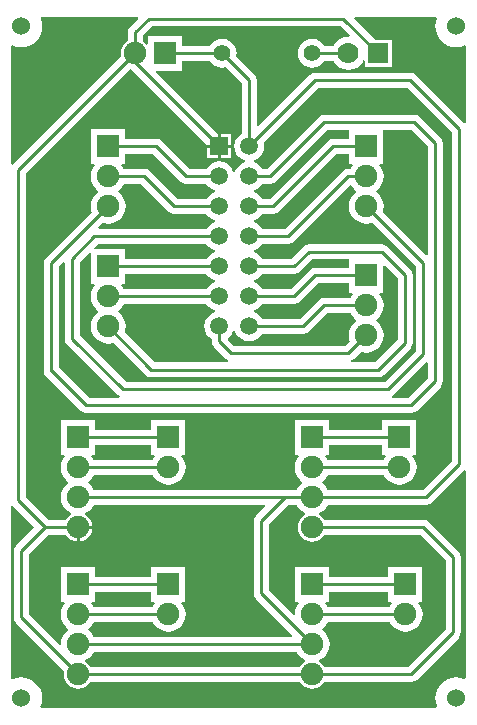
<source format=gbl>
G04 Layer_Physical_Order=2*
G04 Layer_Color=16711680*
%FSLAX24Y24*%
%MOIN*%
G70*
G01*
G75*
%ADD10C,0.0600*%
%ADD11C,0.0551*%
%ADD12R,0.0700X0.0700*%
%ADD13C,0.0700*%
%ADD14R,0.0750X0.0750*%
%ADD15C,0.0750*%
%ADD16R,0.0750X0.0750*%
%ADD17R,0.0591X0.0591*%
%ADD18C,0.0591*%
%ADD19C,0.0100*%
G36*
X53545Y31489D02*
Y30976D01*
X52894Y30325D01*
X52358D01*
X52343Y30375D01*
X52410Y30420D01*
X53499Y31508D01*
X53545Y31489D01*
D02*
G37*
G36*
X41445Y34819D02*
Y32290D01*
X41465Y32192D01*
X41520Y32110D01*
X43210Y30420D01*
X43277Y30375D01*
X43262Y30325D01*
X42266D01*
X41255Y31336D01*
Y34694D01*
X41399Y34838D01*
X41445Y34819D01*
D02*
G37*
G36*
X52025Y28425D02*
X52138D01*
X52163Y28375D01*
X52098Y28290D01*
X52083Y28255D01*
X50217D01*
X50202Y28290D01*
X50137Y28375D01*
X50162Y28425D01*
X50275D01*
Y28745D01*
X52025D01*
Y28425D01*
D02*
G37*
G36*
X51017Y37385D02*
X51090Y37290D01*
X51174Y37225D01*
Y37175D01*
X51090Y37110D01*
X50998Y36990D01*
X50940Y36850D01*
X50920Y36700D01*
X50940Y36550D01*
X50998Y36410D01*
X51090Y36290D01*
X51210Y36198D01*
X51350Y36140D01*
X51500Y36120D01*
X51650Y36140D01*
X51685Y36154D01*
X53145Y34694D01*
Y31876D01*
X52124Y30855D01*
X43496D01*
X41955Y32396D01*
Y34854D01*
X42279Y35178D01*
X42325Y35159D01*
Y34125D01*
X42438D01*
X42463Y34075D01*
X42398Y33990D01*
X42340Y33850D01*
X42320Y33700D01*
X42340Y33550D01*
X42398Y33410D01*
X42490Y33290D01*
X42574Y33225D01*
Y33175D01*
X42490Y33110D01*
X42398Y32990D01*
X42340Y32850D01*
X42320Y32700D01*
X42340Y32550D01*
X42398Y32410D01*
X42490Y32290D01*
X42610Y32198D01*
X42750Y32140D01*
X42900Y32120D01*
X43050Y32140D01*
X43085Y32154D01*
X44160Y31080D01*
X44242Y31024D01*
X44340Y31005D01*
X51900D01*
X51998Y31024D01*
X52080Y31080D01*
X52980Y31980D01*
X53035Y32062D01*
X53055Y32160D01*
Y34400D01*
X53035Y34498D01*
X52980Y34580D01*
X52190Y35370D01*
X52108Y35426D01*
X52010Y35445D01*
X49590D01*
X49492Y35426D01*
X49410Y35370D01*
X48994Y34955D01*
X48029D01*
X47953Y35053D01*
X47850Y35133D01*
X47752Y35173D01*
Y35227D01*
X47850Y35267D01*
X47953Y35347D01*
X48029Y35445D01*
X48900D01*
X48998Y35464D01*
X49080Y35520D01*
X50954Y37394D01*
X51017Y37385D01*
D02*
G37*
G36*
X50998Y33110D02*
X51090Y32990D01*
X51174Y32925D01*
Y32875D01*
X51090Y32810D01*
X50998Y32690D01*
X50940Y32550D01*
X50920Y32400D01*
X50940Y32250D01*
X50954Y32215D01*
X50794Y32055D01*
X47106D01*
X46901Y32259D01*
X46904Y32309D01*
X46953Y32347D01*
X47033Y32450D01*
X47073Y32548D01*
X47127D01*
X47167Y32450D01*
X47247Y32347D01*
X47350Y32267D01*
X47471Y32217D01*
X47600Y32200D01*
X47729Y32217D01*
X47850Y32267D01*
X47953Y32347D01*
X48029Y32445D01*
X49400D01*
X49498Y32464D01*
X49580Y32520D01*
X50206Y33145D01*
X50983D01*
X50998Y33110D01*
D02*
G37*
G36*
X52545Y34294D02*
Y32266D01*
X51794Y31515D01*
X51004D01*
X50998Y31565D01*
X51080Y31620D01*
X51315Y31854D01*
X51350Y31840D01*
X51500Y31820D01*
X51650Y31840D01*
X51790Y31898D01*
X51910Y31990D01*
X52002Y32110D01*
X52060Y32250D01*
X52080Y32400D01*
X52060Y32550D01*
X52002Y32690D01*
X51910Y32810D01*
X51826Y32875D01*
Y32925D01*
X51910Y32990D01*
X52002Y33110D01*
X52060Y33250D01*
X52080Y33400D01*
X52060Y33550D01*
X52002Y33690D01*
X51937Y33775D01*
X51962Y33825D01*
X52075D01*
Y34699D01*
X52121Y34718D01*
X52545Y34294D01*
D02*
G37*
G36*
X46247Y33347D02*
X46350Y33267D01*
X46448Y33227D01*
Y33173D01*
X46350Y33133D01*
X46247Y33053D01*
X46167Y32950D01*
X46117Y32829D01*
X46100Y32700D01*
X46117Y32571D01*
X46167Y32450D01*
X46247Y32347D01*
X46345Y32271D01*
Y32200D01*
X46364Y32102D01*
X46420Y32020D01*
X46820Y31620D01*
X46902Y31565D01*
X46896Y31515D01*
X44446D01*
X43446Y32515D01*
X43460Y32550D01*
X43480Y32700D01*
X43460Y32850D01*
X43402Y32990D01*
X43310Y33110D01*
X43226Y33175D01*
Y33225D01*
X43310Y33290D01*
X43402Y33410D01*
X43417Y33445D01*
X46171D01*
X46247Y33347D01*
D02*
G37*
G36*
X49198Y26710D02*
X49290Y26590D01*
X49410Y26498D01*
X49475Y26471D01*
Y26421D01*
X49460Y26415D01*
X49361Y26339D01*
X49285Y26240D01*
X49237Y26124D01*
X49221Y26000D01*
X49237Y25876D01*
X49285Y25760D01*
X49361Y25661D01*
X49460Y25585D01*
X49576Y25537D01*
X49700Y25521D01*
X49824Y25537D01*
X49940Y25585D01*
X50039Y25661D01*
X50103Y25745D01*
X53294D01*
X54145Y24894D01*
Y22606D01*
X52894Y21355D01*
X50103D01*
X50039Y21439D01*
X49940Y21515D01*
X49925Y21521D01*
Y21571D01*
X49990Y21598D01*
X50110Y21690D01*
X50202Y21810D01*
X50260Y21950D01*
X50280Y22100D01*
X50260Y22250D01*
X50202Y22390D01*
X50110Y22510D01*
X50026Y22575D01*
Y22625D01*
X50110Y22690D01*
X50202Y22810D01*
X50217Y22845D01*
X52283D01*
X52298Y22810D01*
X52390Y22690D01*
X52510Y22598D01*
X52650Y22540D01*
X52800Y22520D01*
X52950Y22540D01*
X53090Y22598D01*
X53210Y22690D01*
X53302Y22810D01*
X53360Y22950D01*
X53380Y23100D01*
X53360Y23250D01*
X53302Y23390D01*
X53237Y23475D01*
X53262Y23525D01*
X53375D01*
Y24675D01*
X52225D01*
Y24355D01*
X50275D01*
Y24675D01*
X49125D01*
Y23525D01*
X49238D01*
X49263Y23475D01*
X49198Y23390D01*
X49140Y23250D01*
X49121Y23110D01*
X49077Y23084D01*
X48255Y23906D01*
Y26094D01*
X48906Y26745D01*
X49183D01*
X49198Y26710D01*
D02*
G37*
G36*
Y21810D02*
X49290Y21690D01*
X49410Y21598D01*
X49475Y21571D01*
Y21521D01*
X49460Y21515D01*
X49361Y21439D01*
X49297Y21355D01*
X42303D01*
X42239Y21439D01*
X42140Y21515D01*
X42125Y21521D01*
Y21571D01*
X42190Y21598D01*
X42310Y21690D01*
X42402Y21810D01*
X42417Y21845D01*
X49183D01*
X49198Y21810D01*
D02*
G37*
G36*
X54817Y27888D02*
Y20964D01*
X54774Y20938D01*
X54766Y20943D01*
X54636Y20982D01*
X54500Y20995D01*
X54364Y20982D01*
X54234Y20943D01*
X54114Y20878D01*
X54008Y20792D01*
X53922Y20686D01*
X53857Y20566D01*
X53818Y20436D01*
X53805Y20300D01*
X53818Y20164D01*
X53857Y20036D01*
X53859Y20028D01*
X53834Y19986D01*
X40666D01*
X40641Y20028D01*
X40643Y20036D01*
X40682Y20164D01*
X40695Y20300D01*
X40682Y20436D01*
X40643Y20566D01*
X40578Y20686D01*
X40492Y20792D01*
X40386Y20878D01*
X40266Y20943D01*
X40136Y20982D01*
X40000Y20995D01*
X39864Y20982D01*
X39734Y20943D01*
X39714Y20932D01*
X39671Y20958D01*
Y26706D01*
X39709Y26718D01*
X39721Y26718D01*
X40440Y26000D01*
X39820Y25380D01*
X39764Y25298D01*
X39745Y25200D01*
Y23000D01*
X39764Y22902D01*
X39820Y22820D01*
X41435Y21205D01*
X41421Y21100D01*
X41437Y20976D01*
X41485Y20860D01*
X41561Y20761D01*
X41660Y20685D01*
X41776Y20637D01*
X41900Y20621D01*
X42024Y20637D01*
X42140Y20685D01*
X42239Y20761D01*
X42303Y20845D01*
X49297D01*
X49361Y20761D01*
X49460Y20685D01*
X49576Y20637D01*
X49700Y20621D01*
X49824Y20637D01*
X49940Y20685D01*
X50039Y20761D01*
X50103Y20845D01*
X53000D01*
X53098Y20865D01*
X53180Y20920D01*
X54580Y22320D01*
X54636Y22402D01*
X54655Y22500D01*
Y25000D01*
X54636Y25098D01*
X54580Y25180D01*
X53580Y26180D01*
X53498Y26235D01*
X53400Y26255D01*
X50103D01*
X50039Y26339D01*
X49940Y26415D01*
X49925Y26421D01*
Y26471D01*
X49990Y26498D01*
X50110Y26590D01*
X50202Y26710D01*
X50217Y26745D01*
X53500D01*
X53598Y26765D01*
X53680Y26820D01*
X54767Y27907D01*
X54817Y27888D01*
D02*
G37*
G36*
X44325Y23525D02*
X44438D01*
X44463Y23475D01*
X44398Y23390D01*
X44383Y23355D01*
X42417D01*
X42402Y23390D01*
X42337Y23475D01*
X42362Y23525D01*
X42475D01*
Y23845D01*
X44325D01*
Y23525D01*
D02*
G37*
G36*
Y28425D02*
X44438D01*
X44463Y28375D01*
X44398Y28290D01*
X44383Y28255D01*
X42417D01*
X42402Y28290D01*
X42337Y28375D01*
X42362Y28425D01*
X42475D01*
Y28745D01*
X44325D01*
Y28425D01*
D02*
G37*
G36*
X48138Y26699D02*
X47820Y26380D01*
X47765Y26298D01*
X47745Y26200D01*
Y23800D01*
X47765Y23702D01*
X47820Y23620D01*
X49038Y22401D01*
X49019Y22355D01*
X42417D01*
X42402Y22390D01*
X42310Y22510D01*
X42226Y22575D01*
Y22625D01*
X42310Y22690D01*
X42402Y22810D01*
X42417Y22845D01*
X44383D01*
X44398Y22810D01*
X44490Y22690D01*
X44610Y22598D01*
X44750Y22540D01*
X44900Y22520D01*
X45050Y22540D01*
X45190Y22598D01*
X45310Y22690D01*
X45402Y22810D01*
X45460Y22950D01*
X45480Y23100D01*
X45460Y23250D01*
X45402Y23390D01*
X45337Y23475D01*
X45362Y23525D01*
X45475D01*
Y24675D01*
X44325D01*
Y24355D01*
X42475D01*
Y24675D01*
X41325D01*
Y23525D01*
X41438D01*
X41463Y23475D01*
X41398Y23390D01*
X41340Y23250D01*
X41320Y23100D01*
X41340Y22950D01*
X41398Y22810D01*
X41490Y22690D01*
X41574Y22625D01*
Y22575D01*
X41490Y22510D01*
X41398Y22390D01*
X41340Y22250D01*
X41321Y22110D01*
X41277Y22084D01*
X40255Y23106D01*
Y25094D01*
X40906Y25745D01*
X41497D01*
X41561Y25661D01*
X41660Y25585D01*
X41776Y25537D01*
X41850Y25527D01*
Y26000D01*
X41900D01*
Y26050D01*
X42373D01*
X42363Y26124D01*
X42315Y26240D01*
X42239Y26339D01*
X42140Y26415D01*
X42125Y26421D01*
Y26471D01*
X42190Y26498D01*
X42310Y26590D01*
X42402Y26710D01*
X42417Y26745D01*
X48119D01*
X48138Y26699D01*
D02*
G37*
G36*
X52225Y23525D02*
X52338D01*
X52363Y23475D01*
X52298Y23390D01*
X52283Y23355D01*
X50217D01*
X50202Y23390D01*
X50137Y23475D01*
X50162Y23525D01*
X50275D01*
Y23845D01*
X52225D01*
Y23525D01*
D02*
G37*
G36*
X50925Y33825D02*
X51038D01*
X51063Y33775D01*
X50998Y33690D01*
X50983Y33655D01*
X50100D01*
X50002Y33635D01*
X49920Y33580D01*
X49294Y32955D01*
X48029D01*
X47953Y33053D01*
X47850Y33133D01*
X47752Y33173D01*
Y33227D01*
X47850Y33267D01*
X47953Y33347D01*
X48029Y33445D01*
X49100D01*
X49198Y33465D01*
X49280Y33520D01*
X49906Y34145D01*
X50925D01*
Y33825D01*
D02*
G37*
G36*
Y38955D02*
X50400D01*
X50302Y38935D01*
X50220Y38880D01*
X48294Y36955D01*
X48029D01*
X47953Y37053D01*
X47850Y37133D01*
X47752Y37173D01*
Y37227D01*
X47850Y37267D01*
X47953Y37347D01*
X48029Y37445D01*
X48300D01*
X48398Y37464D01*
X48480Y37520D01*
X50206Y39245D01*
X50925D01*
Y38955D01*
D02*
G37*
G36*
X45320Y37520D02*
X45402Y37464D01*
X45500Y37445D01*
X46171D01*
X46247Y37347D01*
X46350Y37267D01*
X46448Y37227D01*
Y37173D01*
X46350Y37133D01*
X46247Y37053D01*
X46171Y36955D01*
X45206D01*
X44280Y37880D01*
X44198Y37936D01*
X44100Y37955D01*
X43417D01*
X43402Y37990D01*
X43337Y38075D01*
X43362Y38125D01*
X43475D01*
Y38445D01*
X44394D01*
X45320Y37520D01*
D02*
G37*
G36*
X46361Y41461D02*
X46460Y41385D01*
X46576Y41337D01*
X46700Y41320D01*
X46805Y41334D01*
X47345Y40794D01*
Y39129D01*
X47247Y39053D01*
X47167Y38950D01*
X47117Y38829D01*
X47100Y38700D01*
X47117Y38571D01*
X47167Y38450D01*
X47247Y38347D01*
X47350Y38267D01*
X47448Y38227D01*
Y38173D01*
X47350Y38133D01*
X47247Y38053D01*
X47167Y37950D01*
X47127Y37852D01*
X47073D01*
X47033Y37950D01*
X46953Y38053D01*
X46850Y38133D01*
X46729Y38183D01*
X46600Y38200D01*
X46471Y38183D01*
X46350Y38133D01*
X46247Y38053D01*
X46171Y37955D01*
X45606D01*
X44680Y38880D01*
X44598Y38935D01*
X44500Y38955D01*
X43475D01*
Y39275D01*
X42325D01*
Y38125D01*
X42438D01*
X42463Y38075D01*
X42398Y37990D01*
X42340Y37850D01*
X42320Y37700D01*
X42340Y37550D01*
X42398Y37410D01*
X42490Y37290D01*
X42574Y37225D01*
Y37175D01*
X42490Y37110D01*
X42398Y36990D01*
X42340Y36850D01*
X42320Y36700D01*
X42340Y36550D01*
X42354Y36515D01*
X40820Y34980D01*
X40764Y34898D01*
X40745Y34800D01*
Y31200D01*
X40764Y31102D01*
X40820Y31020D01*
X40902Y30965D01*
X40906Y30964D01*
X41980Y29890D01*
X42062Y29834D01*
X42160Y29815D01*
X53000D01*
X53098Y29834D01*
X53180Y29890D01*
X53980Y30690D01*
X54036Y30772D01*
X54055Y30870D01*
Y38800D01*
X54036Y38898D01*
X53980Y38980D01*
X53280Y39680D01*
X53198Y39736D01*
X53100Y39755D01*
X50100D01*
X50002Y39736D01*
X49920Y39680D01*
X48194Y37955D01*
X48029D01*
X47953Y38053D01*
X47850Y38133D01*
X47752Y38173D01*
Y38227D01*
X47850Y38267D01*
X47953Y38347D01*
X48033Y38450D01*
X48083Y38571D01*
X48100Y38700D01*
X48083Y38823D01*
X49906Y40645D01*
X52864D01*
X54345Y39164D01*
Y28206D01*
X53394Y27255D01*
X50217D01*
X50202Y27290D01*
X50110Y27410D01*
X50026Y27475D01*
Y27525D01*
X50110Y27590D01*
X50202Y27710D01*
X50217Y27745D01*
X52083D01*
X52098Y27710D01*
X52190Y27590D01*
X52310Y27498D01*
X52450Y27440D01*
X52600Y27420D01*
X52750Y27440D01*
X52890Y27498D01*
X53010Y27590D01*
X53102Y27710D01*
X53160Y27850D01*
X53180Y28000D01*
X53160Y28150D01*
X53102Y28290D01*
X53037Y28375D01*
X53062Y28425D01*
X53175D01*
Y29575D01*
X52025D01*
Y29255D01*
X50275D01*
Y29575D01*
X49125D01*
Y28425D01*
X49238D01*
X49263Y28375D01*
X49198Y28290D01*
X49140Y28150D01*
X49120Y28000D01*
X49140Y27850D01*
X49198Y27710D01*
X49290Y27590D01*
X49374Y27525D01*
Y27475D01*
X49290Y27410D01*
X49198Y27290D01*
X49183Y27255D01*
X42417D01*
X42402Y27290D01*
X42310Y27410D01*
X42226Y27475D01*
Y27525D01*
X42310Y27590D01*
X42402Y27710D01*
X42417Y27745D01*
X44383D01*
X44398Y27710D01*
X44490Y27590D01*
X44610Y27498D01*
X44750Y27440D01*
X44900Y27420D01*
X45050Y27440D01*
X45190Y27498D01*
X45310Y27590D01*
X45402Y27710D01*
X45460Y27850D01*
X45480Y28000D01*
X45460Y28150D01*
X45402Y28290D01*
X45337Y28375D01*
X45362Y28425D01*
X45475D01*
Y29575D01*
X44325D01*
Y29255D01*
X42475D01*
Y29575D01*
X41325D01*
Y28425D01*
X41438D01*
X41463Y28375D01*
X41398Y28290D01*
X41340Y28150D01*
X41320Y28000D01*
X41340Y27850D01*
X41398Y27710D01*
X41490Y27590D01*
X41574Y27525D01*
Y27475D01*
X41490Y27410D01*
X41398Y27290D01*
X41340Y27150D01*
X41320Y27000D01*
X41340Y26850D01*
X41398Y26710D01*
X41490Y26590D01*
X41610Y26498D01*
X41675Y26471D01*
Y26421D01*
X41660Y26415D01*
X41561Y26339D01*
X41497Y26255D01*
X40906D01*
X40155Y27006D01*
Y37794D01*
X43650Y41290D01*
X46190Y38750D01*
X46550D01*
Y39110D01*
X44482Y41179D01*
X44501Y41225D01*
X45375D01*
Y41545D01*
X46296D01*
X46361Y41461D01*
D02*
G37*
G36*
X53854Y42956D02*
X53818Y42836D01*
X53805Y42700D01*
X53818Y42564D01*
X53857Y42434D01*
X53922Y42314D01*
X54008Y42208D01*
X54114Y42122D01*
X54234Y42057D01*
X54364Y42018D01*
X54500Y42005D01*
X54636Y42018D01*
X54766Y42057D01*
X54774Y42062D01*
X54817Y42036D01*
Y39482D01*
X54767Y39463D01*
X53150Y41080D01*
X53067Y41136D01*
X52970Y41155D01*
X49800D01*
X49702Y41136D01*
X49620Y41080D01*
X47901Y39362D01*
X47855Y39381D01*
Y40900D01*
X47835Y40998D01*
X47780Y41080D01*
X47166Y41695D01*
X47180Y41800D01*
X47163Y41924D01*
X47115Y42040D01*
X47039Y42139D01*
X46940Y42215D01*
X46824Y42263D01*
X46700Y42280D01*
X46576Y42263D01*
X46460Y42215D01*
X46361Y42139D01*
X46296Y42055D01*
X45375D01*
Y42375D01*
X44225D01*
Y42109D01*
X44175Y42092D01*
X44139Y42139D01*
X44055Y42203D01*
Y42394D01*
X44364Y42704D01*
X50636D01*
X50943Y42397D01*
X50921Y42352D01*
X50900Y42355D01*
X50756Y42336D01*
X50623Y42280D01*
X50508Y42192D01*
X50420Y42077D01*
X50410Y42055D01*
X50104D01*
X50039Y42139D01*
X49940Y42215D01*
X49824Y42263D01*
X49700Y42280D01*
X49576Y42263D01*
X49460Y42215D01*
X49361Y42139D01*
X49285Y42040D01*
X49237Y41924D01*
X49220Y41800D01*
X49237Y41676D01*
X49285Y41560D01*
X49361Y41461D01*
X49460Y41385D01*
X49576Y41337D01*
X49700Y41320D01*
X49824Y41337D01*
X49940Y41385D01*
X50039Y41461D01*
X50104Y41545D01*
X50410D01*
X50420Y41523D01*
X50508Y41408D01*
X50623Y41320D01*
X50756Y41264D01*
X50900Y41245D01*
X51044Y41264D01*
X51177Y41320D01*
X51292Y41408D01*
X51380Y41523D01*
X51400Y41570D01*
X51450Y41560D01*
Y41350D01*
X52350D01*
Y42250D01*
X51810D01*
X51101Y42960D01*
X51120Y43006D01*
X53830D01*
X53854Y42956D01*
D02*
G37*
G36*
X43899Y42960D02*
X43620Y42680D01*
X43565Y42598D01*
X43545Y42500D01*
Y42203D01*
X43461Y42139D01*
X43385Y42040D01*
X43337Y41924D01*
X43321Y41800D01*
X43335Y41695D01*
X39721Y38082D01*
X39709Y38082D01*
X39671Y38094D01*
Y39370D01*
Y42042D01*
X39714Y42068D01*
X39734Y42057D01*
X39864Y42018D01*
X40000Y42005D01*
X40136Y42018D01*
X40266Y42057D01*
X40386Y42122D01*
X40492Y42208D01*
X40578Y42314D01*
X40643Y42434D01*
X40682Y42564D01*
X40695Y42700D01*
X40682Y42836D01*
X40646Y42956D01*
X40670Y43006D01*
X43880D01*
X43899Y42960D01*
D02*
G37*
G36*
X44920Y36520D02*
X45002Y36465D01*
X45100Y36445D01*
X46171D01*
X46247Y36347D01*
X46350Y36267D01*
X46448Y36227D01*
Y36173D01*
X46350Y36133D01*
X46247Y36053D01*
X46171Y35955D01*
X42581D01*
X42562Y36001D01*
X42715Y36154D01*
X42750Y36140D01*
X42900Y36120D01*
X43050Y36140D01*
X43190Y36198D01*
X43310Y36290D01*
X43402Y36410D01*
X43460Y36550D01*
X43480Y36700D01*
X43460Y36850D01*
X43402Y36990D01*
X43310Y37110D01*
X43226Y37175D01*
Y37225D01*
X43310Y37290D01*
X43402Y37410D01*
X43417Y37445D01*
X43994D01*
X44920Y36520D01*
D02*
G37*
G36*
X50925Y34655D02*
X49800D01*
X49702Y34636D01*
X49620Y34580D01*
X48994Y33955D01*
X48029D01*
X47953Y34053D01*
X47850Y34133D01*
X47752Y34173D01*
Y34227D01*
X47850Y34267D01*
X47953Y34347D01*
X48029Y34445D01*
X49100D01*
X49198Y34464D01*
X49280Y34520D01*
X49696Y34935D01*
X50925D01*
Y34655D01*
D02*
G37*
G36*
X46247Y35347D02*
X46350Y35267D01*
X46448Y35227D01*
Y35173D01*
X46350Y35133D01*
X46247Y35053D01*
X46171Y34955D01*
X43475D01*
Y35275D01*
X42441D01*
X42422Y35321D01*
X42546Y35445D01*
X46171D01*
X46247Y35347D01*
D02*
G37*
G36*
Y34347D02*
X46350Y34267D01*
X46448Y34227D01*
Y34173D01*
X46350Y34133D01*
X46247Y34053D01*
X46171Y33955D01*
X43417D01*
X43402Y33990D01*
X43337Y34075D01*
X43362Y34125D01*
X43475D01*
Y34445D01*
X46171D01*
X46247Y34347D01*
D02*
G37*
G36*
X50925Y38125D02*
X51038D01*
X51063Y38075D01*
X50998Y37990D01*
X50983Y37955D01*
X50900D01*
X50802Y37936D01*
X50720Y37880D01*
X48794Y35955D01*
X48029D01*
X47953Y36053D01*
X47850Y36133D01*
X47752Y36173D01*
Y36227D01*
X47850Y36267D01*
X47953Y36347D01*
X48029Y36445D01*
X48400D01*
X48498Y36465D01*
X48580Y36520D01*
X50506Y38445D01*
X50925D01*
Y38125D01*
D02*
G37*
G36*
X53545Y38694D02*
Y35081D01*
X53499Y35062D01*
X52046Y36515D01*
X52060Y36550D01*
X52080Y36700D01*
X52060Y36850D01*
X52002Y36990D01*
X51910Y37110D01*
X51826Y37175D01*
Y37225D01*
X51910Y37290D01*
X52002Y37410D01*
X52060Y37550D01*
X52080Y37700D01*
X52060Y37850D01*
X52002Y37990D01*
X51937Y38075D01*
X51962Y38125D01*
X52075D01*
Y39245D01*
X52994D01*
X53545Y38694D01*
D02*
G37*
%LPC*%
G36*
X46995Y39095D02*
X46650D01*
Y38750D01*
X46995D01*
Y39095D01*
D02*
G37*
G36*
X42373Y25950D02*
X41950D01*
Y25527D01*
X42024Y25537D01*
X42140Y25585D01*
X42239Y25661D01*
X42315Y25760D01*
X42363Y25876D01*
X42373Y25950D01*
D02*
G37*
G36*
X46550Y38650D02*
X46205D01*
Y38305D01*
X46550D01*
Y38650D01*
D02*
G37*
G36*
X46995D02*
X46650D01*
Y38305D01*
X46995D01*
Y38650D01*
D02*
G37*
%LPD*%
D10*
X40000Y20300D02*
D03*
X54500D02*
D03*
X40000Y42700D02*
D03*
X54500D02*
D03*
D11*
X46700Y41800D02*
D03*
X49700D02*
D03*
D12*
X51900D02*
D03*
D13*
X50900D02*
D03*
D14*
X44800D02*
D03*
D15*
X43800D02*
D03*
X51500Y36700D02*
D03*
Y37700D02*
D03*
Y32400D02*
D03*
Y33400D02*
D03*
X42900Y36700D02*
D03*
Y37700D02*
D03*
Y32700D02*
D03*
Y33700D02*
D03*
X52600Y28000D02*
D03*
X44900D02*
D03*
X49700D02*
D03*
Y27000D02*
D03*
Y26000D02*
D03*
X41900Y28000D02*
D03*
Y27000D02*
D03*
Y26000D02*
D03*
X52800Y23100D02*
D03*
X44900D02*
D03*
X49700D02*
D03*
Y22100D02*
D03*
Y21100D02*
D03*
X41900Y23100D02*
D03*
Y22100D02*
D03*
Y21100D02*
D03*
D16*
X51500Y38700D02*
D03*
Y34400D02*
D03*
X42900Y38700D02*
D03*
Y34700D02*
D03*
X52600Y29000D02*
D03*
X44900D02*
D03*
X49700D02*
D03*
X41900D02*
D03*
X52800Y24100D02*
D03*
X44900D02*
D03*
X49700D02*
D03*
X41900D02*
D03*
D17*
X46600Y38700D02*
D03*
D18*
Y37700D02*
D03*
Y36700D02*
D03*
Y35700D02*
D03*
Y34700D02*
D03*
Y33700D02*
D03*
Y32700D02*
D03*
X47600Y38700D02*
D03*
Y37700D02*
D03*
Y36700D02*
D03*
Y35700D02*
D03*
Y34700D02*
D03*
Y33700D02*
D03*
Y32700D02*
D03*
D19*
X48700Y34700D02*
X49100D01*
X49590Y35190D01*
X47600Y37700D02*
X48300D01*
X50100Y39500D01*
X47600Y36700D02*
X48400D01*
X50400Y38700D01*
X47600Y35700D02*
X48900D01*
X50900Y37700D01*
X47600Y34700D02*
X48700D01*
X47600Y33700D02*
X49100D01*
X49800Y34400D01*
X47600Y32700D02*
X49400D01*
X50100Y33400D01*
X46600Y32200D02*
Y32700D01*
Y32200D02*
X47000Y31800D01*
X45500Y37700D02*
X46600D01*
X44500Y38700D02*
X45500Y37700D01*
X45100Y36700D02*
X46600D01*
X44100Y37700D02*
X45100Y36700D01*
X41000Y31200D02*
Y34800D01*
X48000Y26200D02*
X48800Y27000D01*
X49700D01*
Y26000D02*
X53400D01*
X54400Y25000D01*
Y22500D02*
Y25000D01*
X53000Y21100D02*
X54400Y22500D01*
X49700Y21100D02*
X53000D01*
X41900D02*
X49700D01*
X40000Y23000D02*
X41900Y21100D01*
X40000Y23000D02*
Y25200D01*
X39900Y26900D02*
X40800Y26000D01*
X39900Y26900D02*
Y37900D01*
X50741Y42959D02*
X51900Y41800D01*
X44259Y42959D02*
X50741D01*
X42900Y37700D02*
X44100D01*
X42900Y38700D02*
X44500D01*
X50100Y39500D02*
X53100D01*
X53800Y38800D01*
Y30870D02*
Y38800D01*
X53000Y30070D02*
X53800Y30870D01*
X42160Y30070D02*
X53000D01*
X41015Y31215D02*
X42160Y30070D01*
X41000Y34800D02*
X42900Y36700D01*
X49700Y27000D02*
X53500D01*
X54600Y28100D01*
Y39270D01*
X52970Y40900D02*
X54600Y39270D01*
X49800Y40900D02*
X52970D01*
X47600Y38700D02*
X49800Y40900D01*
X47600Y38700D02*
Y40900D01*
X46700Y41800D02*
X47600Y40900D01*
X41900Y24100D02*
X44900D01*
X41900Y23100D02*
X44900D01*
X49700Y29000D02*
X52600D01*
X49700Y28000D02*
X52600D01*
X49700Y24100D02*
X52800D01*
X49700Y23100D02*
X52800D01*
X50100Y33400D02*
X51500D01*
X49800Y34400D02*
X51500D01*
X47000Y31800D02*
X50900D01*
X51500Y32400D01*
X42900Y33700D02*
X46600D01*
X42900Y34700D02*
X46600D01*
X42900Y32700D02*
X44340Y31260D01*
X51900D01*
X52800Y32160D01*
Y34400D01*
X52010Y35190D02*
X52800Y34400D01*
X49590Y35190D02*
X52010D01*
X50900Y37700D02*
X51500D01*
X50400Y38700D02*
X51500D01*
X42440Y35700D02*
X46600D01*
X41700Y34960D02*
X42440Y35700D01*
X41700Y32290D02*
Y34960D01*
Y32290D02*
X43390Y30600D01*
X52230D01*
X53400Y31770D01*
Y34800D01*
X51500Y36700D02*
X53400Y34800D01*
X49700Y41800D02*
X50900D01*
X41900Y22100D02*
X49700D01*
X48000Y23800D02*
X49700Y22100D01*
X48000Y23800D02*
Y26200D01*
X41900Y27000D02*
X49700D01*
X41900Y29000D02*
X44900D01*
X41900Y28000D02*
X44900D01*
X40800Y26000D02*
X41900D01*
X40000Y25200D02*
X40800Y26000D01*
X44800Y41800D02*
X46700D01*
X39900Y37900D02*
X43800Y41800D01*
X43800Y42500D02*
X44259Y42959D01*
X43800Y41800D02*
Y42500D01*
X43800Y41500D02*
X46600Y38700D01*
X43800Y41500D02*
Y41800D01*
X43800Y41800D02*
X43800Y41800D01*
M02*

</source>
